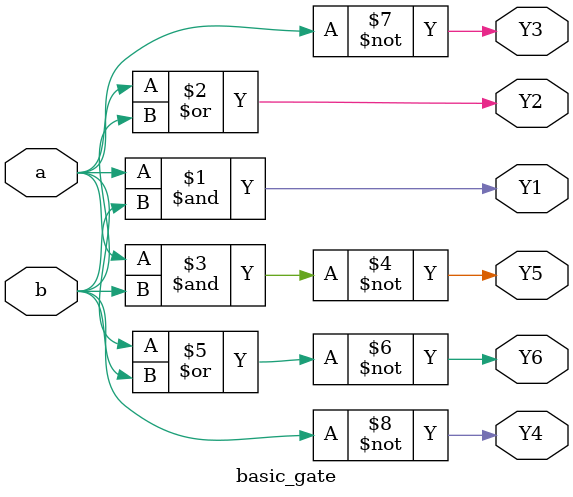
<source format=v>
module basic_gate(input a,b , output Y1,Y2,Y3,Y4,Y5,Y6);
  and(Y1,a,b);
  or(Y2,a,b);
  not(Y3,a);
  not(Y4,b);
  nand(Y5,a,b);
  nor(Y6,a,b);
endmodule  
</source>
